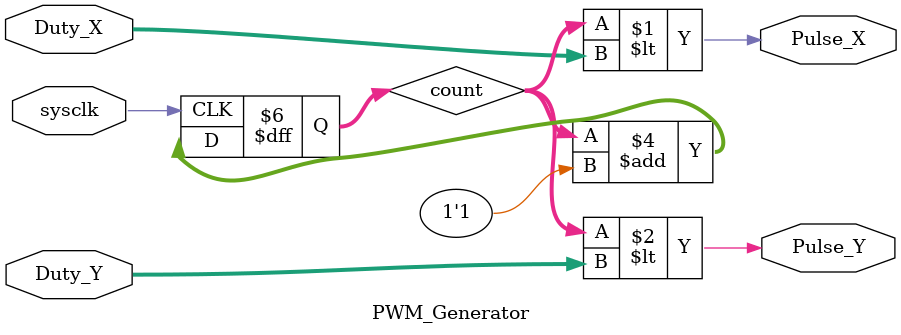
<source format=v>
module PWM_Generator(input wire sysclk,
input wire [5:0] Duty_X,
input wire [5:0] Duty_Y,
output wire Pulse_X,
output wire Pulse_Y);

reg [5:0] count = 0;

assign Pulse_X = (count < Duty_X);
assign Pulse_Y = (count < Duty_Y);

always @(posedge sysclk)
		count<=count+1'b1;
endmodule
</source>
